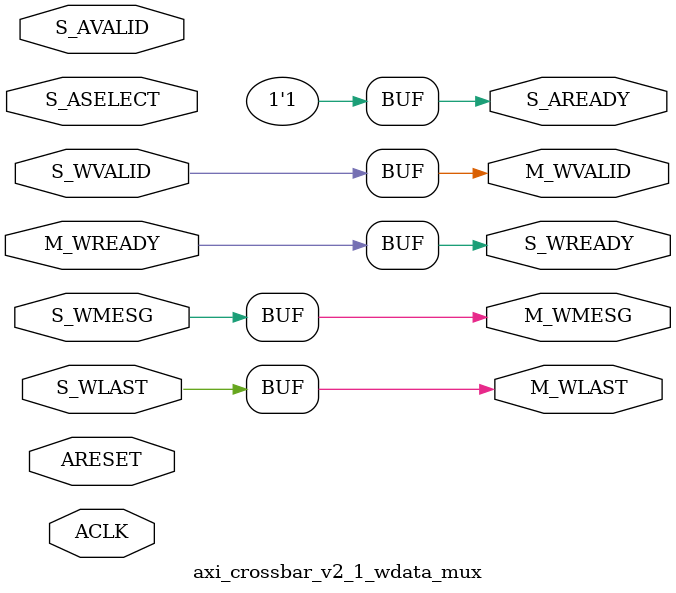
<source format=v>

`timescale 1ps/1ps
`default_nettype none

(* DowngradeIPIdentifiedWarnings="yes" *) 
module axi_crossbar_v2_1_wdata_mux #
  (
   parameter         C_FAMILY       = "none", // FPGA Family.
   parameter integer C_WMESG_WIDTH            =  1, // Width of W-channel payload.
   parameter integer C_NUM_SLAVE_SLOTS     =  1, // Number of S_* ports.
   parameter integer C_SELECT_WIDTH      =  1, // Width of ASELECT.
   parameter integer C_FIFO_DEPTH_LOG     =  0 // Queue depth = 2**C_FIFO_DEPTH_LOG.
   )
  (
   // System Signals
   input  wire                                        ACLK,
   input  wire                                        ARESET,
   // Slave Data Ports
   input  wire [C_NUM_SLAVE_SLOTS*C_WMESG_WIDTH-1:0]     S_WMESG,
   input  wire [C_NUM_SLAVE_SLOTS-1:0]                S_WLAST,
   input  wire [C_NUM_SLAVE_SLOTS-1:0]                S_WVALID,
   output wire [C_NUM_SLAVE_SLOTS-1:0]                S_WREADY,
   // Master Data Ports
   output wire [C_WMESG_WIDTH-1:0]                       M_WMESG,
   output wire                                        M_WLAST,
   output wire                                        M_WVALID,
   input  wire                                        M_WREADY,
   // Write Command Ports
   input  wire [C_SELECT_WIDTH-1:0]                 S_ASELECT,  // SI-slot index from AW arbiter
   input  wire                                        S_AVALID,
   output wire                                        S_AREADY
   );

  localparam integer P_FIFO_DEPTH_LOG = (C_FIFO_DEPTH_LOG <= 5) ? C_FIFO_DEPTH_LOG : 5;  // Max depth = 32
  
  // Decode select input to 1-hot
  function [C_NUM_SLAVE_SLOTS-1:0] f_decoder (
      input [C_SELECT_WIDTH-1:0] sel
    );
    integer i;
    begin
      for (i=0; i<C_NUM_SLAVE_SLOTS; i=i+1) begin
        f_decoder[i] = (sel == i);
      end
    end
  endfunction

  wire                                          m_valid_i;
  wire                                          m_last_i;
  wire [C_NUM_SLAVE_SLOTS-1:0]             m_select_hot;
  wire [C_SELECT_WIDTH-1:0]                 m_select_enc;
  wire                                          m_avalid;
  wire                                          m_aready;
  
  generate
    if (C_NUM_SLAVE_SLOTS>1) begin : gen_wmux
      // SI-side write command queue
      axi_data_fifo_v2_1_axic_reg_srl_fifo #
        (
         .C_FAMILY          (C_FAMILY),
         .C_FIFO_WIDTH      (C_SELECT_WIDTH),
         .C_FIFO_DEPTH_LOG  (P_FIFO_DEPTH_LOG),
         .C_USE_FULL        (0)
         )
        wmux_aw_fifo
          (
           .ACLK    (ACLK),
           .ARESET  (ARESET),
           .S_MESG  (S_ASELECT),
           .S_VALID (S_AVALID),
           .S_READY (S_AREADY),
           .M_MESG  (m_select_enc),
           .M_VALID (m_avalid),
           .M_READY (m_aready)
           );
    
      assign m_select_hot = f_decoder(m_select_enc);
      
      // Instantiate MUX
      generic_baseblocks_v2_1_mux_enc # 
        (
         .C_FAMILY      ("rtl"),
         .C_RATIO       (C_NUM_SLAVE_SLOTS),
         .C_SEL_WIDTH   (C_SELECT_WIDTH),
         .C_DATA_WIDTH  (C_WMESG_WIDTH)
        ) mux_w 
        (
         .S   (m_select_enc),
         .A   (S_WMESG),
         .O   (M_WMESG),
         .OE  (1'b1)
        ); 
        
      assign m_last_i  = |(S_WLAST & m_select_hot);
      assign m_valid_i = |(S_WVALID & m_select_hot);
      
      assign m_aready = m_valid_i & m_avalid & m_last_i & M_WREADY;
      assign M_WLAST = m_last_i;
      assign M_WVALID = m_valid_i & m_avalid;
      assign S_WREADY = m_select_hot & {C_NUM_SLAVE_SLOTS{m_avalid & M_WREADY}};
    end else begin : gen_no_wmux
      assign S_AREADY = 1'b1;
      assign M_WVALID = S_WVALID;
      assign S_WREADY = M_WREADY;
      assign M_WLAST = S_WLAST;
      assign M_WMESG = S_WMESG;
    end
  endgenerate
  
endmodule

`default_nettype wire

</source>
